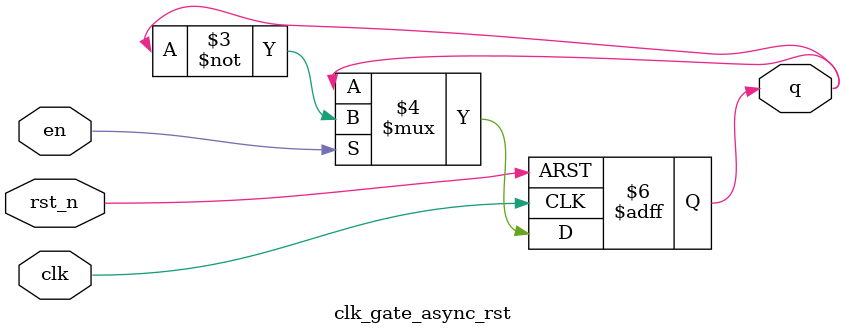
<source format=sv>
module clk_gate_async_rst #(parameter INIT=0) (
    input clk, rst_n, en,
    output reg q
);
always @(posedge clk, negedge rst_n) begin
    if(!rst_n) q <= INIT;
    else if(en) q <= ~q;
end
endmodule
</source>
